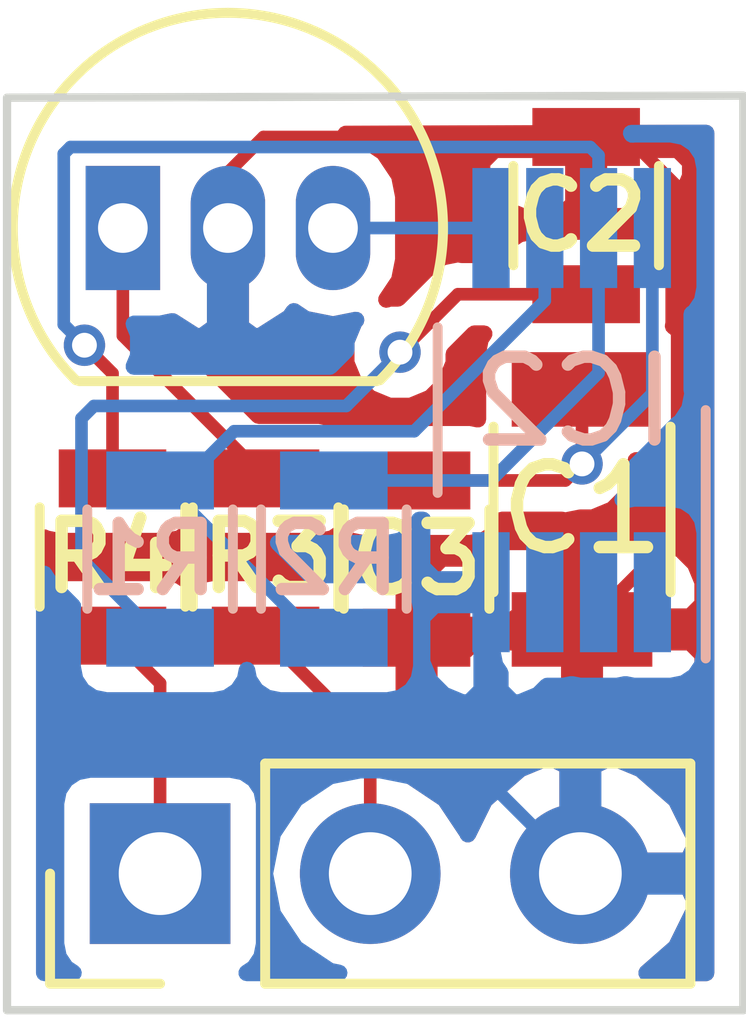
<source format=kicad_pcb>
(kicad_pcb (version 20171130) (host pcbnew 5.0.0)

  (general
    (thickness 1.6)
    (drawings 4)
    (tracks 64)
    (zones 0)
    (modules 10)
    (nets 12)
  )

  (page A4)
  (layers
    (0 F.Cu signal)
    (31 B.Cu signal)
    (32 B.Adhes user)
    (33 F.Adhes user)
    (34 B.Paste user)
    (35 F.Paste user)
    (36 B.SilkS user)
    (37 F.SilkS user)
    (38 B.Mask user)
    (39 F.Mask user)
    (40 Dwgs.User user)
    (41 Cmts.User user)
    (42 Eco1.User user)
    (43 Eco2.User user)
    (44 Edge.Cuts user)
    (45 Margin user)
    (46 B.CrtYd user)
    (47 F.CrtYd user)
    (48 B.Fab user hide)
    (49 F.Fab user hide)
  )

  (setup
    (last_trace_width 0.1524)
    (user_trace_width 0.1524)
    (user_trace_width 0.5)
    (trace_clearance 0.1524)
    (zone_clearance 0.3)
    (zone_45_only no)
    (trace_min 0.1524)
    (segment_width 0.2)
    (edge_width 0.1)
    (via_size 0.4)
    (via_drill 0.3)
    (via_min_size 0.4)
    (via_min_drill 0.3)
    (user_via 0.5 0.3)
    (uvia_size 0.3)
    (uvia_drill 0.1)
    (uvias_allowed no)
    (uvia_min_size 0.2)
    (uvia_min_drill 0.1)
    (pcb_text_width 0.3)
    (pcb_text_size 1.5 1.5)
    (mod_edge_width 0.15)
    (mod_text_size 1 1)
    (mod_text_width 0.15)
    (pad_size 1.5 1.5)
    (pad_drill 0.6)
    (pad_to_mask_clearance 0)
    (aux_axis_origin 22.5 22.75)
    (grid_origin 29.25 55.2)
    (visible_elements FFFDFF7F)
    (pcbplotparams
      (layerselection 0x010f0_ffffffff)
      (usegerberextensions false)
      (usegerberattributes false)
      (usegerberadvancedattributes false)
      (creategerberjobfile false)
      (excludeedgelayer true)
      (linewidth 0.100000)
      (plotframeref false)
      (viasonmask false)
      (mode 1)
      (useauxorigin false)
      (hpglpennumber 1)
      (hpglpenspeed 20)
      (hpglpendiameter 15.000000)
      (psnegative false)
      (psa4output false)
      (plotreference true)
      (plotvalue true)
      (plotinvisibletext false)
      (padsonsilk false)
      (subtractmaskfromsilk false)
      (outputformat 1)
      (mirror false)
      (drillshape 0)
      (scaleselection 1)
      (outputdirectory "gerbers/"))
  )

  (net 0 "")
  (net 1 +5V)
  (net 2 GND)
  (net 3 "Net-(C2-Pad1)")
  (net 4 "Net-(IC1-Pad3)")
  (net 5 "Net-(IC2-Pad7)")
  (net 6 "Net-(IC2-Pad6)")
  (net 7 "Net-(IC2-Pad3)")
  (net 8 "Net-(IC2-Pad2)")
  (net 9 "Net-(IC2-Pad1)")
  (net 10 "Net-(J1-Pad1)")
  (net 11 "Net-(J1-Pad2)")

  (net_class Default "This is the default net class."
    (clearance 0.1524)
    (trace_width 0.1524)
    (via_dia 0.4)
    (via_drill 0.3)
    (uvia_dia 0.3)
    (uvia_drill 0.1)
    (add_net +5V)
    (add_net GND)
    (add_net "Net-(C2-Pad1)")
    (add_net "Net-(IC1-Pad3)")
    (add_net "Net-(IC2-Pad1)")
    (add_net "Net-(IC2-Pad2)")
    (add_net "Net-(IC2-Pad3)")
    (add_net "Net-(IC2-Pad6)")
    (add_net "Net-(IC2-Pad7)")
    (add_net "Net-(J1-Pad1)")
    (add_net "Net-(J1-Pad2)")
  )

  (net_class "Min Cheap" ""
    (clearance 0.1524)
    (trace_width 0.1524)
    (via_dia 0.4)
    (via_drill 0.3)
    (uvia_dia 0.3)
    (uvia_drill 0.1)
  )

  (module TO_SOT_Packages_THT:TO-92_Inline_Narrow_Oval (layer F.Cu) (tedit 5B524282) (tstamp 59EBF6DB)
    (at 23.9 24.3)
    (descr "TO-92 leads in-line, narrow, oval pads, drill 0.6mm (see NXP sot054_po.pdf)")
    (tags "to-92 sc-43 sc-43a sot54 PA33 transistor")
    (path /596261D7)
    (fp_text reference IC1 (at 1.35 -1.6) (layer F.SilkS) hide
      (effects (font (size 1 1) (thickness 0.15)))
    )
    (fp_text value 49E (at 1.27 2.79) (layer F.Fab)
      (effects (font (size 1 1) (thickness 0.15)))
    )
    (fp_text user %R (at 1.35 -1.575) (layer F.Fab)
      (effects (font (size 1 1) (thickness 0.15)))
    )
    (fp_line (start -0.53 1.85) (end 3.07 1.85) (layer F.SilkS) (width 0.12))
    (fp_line (start -0.5 1.75) (end 3 1.75) (layer F.Fab) (width 0.1))
    (fp_line (start -1.46 -2.73) (end 4 -2.73) (layer F.CrtYd) (width 0.05))
    (fp_line (start -1.46 -2.73) (end -1.46 2.01) (layer F.CrtYd) (width 0.05))
    (fp_line (start 4 2.01) (end 4 -2.73) (layer F.CrtYd) (width 0.05))
    (fp_line (start 4 2.01) (end -1.46 2.01) (layer F.CrtYd) (width 0.05))
    (fp_arc (start 1.27 0) (end 1.27 -2.48) (angle 135) (layer F.Fab) (width 0.1))
    (fp_arc (start 1.27 0) (end 1.27 -2.6) (angle -135) (layer F.SilkS) (width 0.12))
    (fp_arc (start 1.27 0) (end 1.27 -2.48) (angle -135) (layer F.Fab) (width 0.1))
    (fp_arc (start 1.27 0) (end 1.27 -2.6) (angle 135) (layer F.SilkS) (width 0.12))
    (pad 2 thru_hole oval (at 1.27 0 180) (size 0.9 1.5) (drill 0.6) (layers *.Cu *.Mask)
      (net 2 GND))
    (pad 3 thru_hole oval (at 2.54 0 180) (size 0.9 1.5) (drill 0.6) (layers *.Cu *.Mask)
      (net 4 "Net-(IC1-Pad3)"))
    (pad 1 thru_hole rect (at 0 0 180) (size 0.9 1.5) (drill 0.6) (layers *.Cu *.Mask)
      (net 1 +5V))
    (model ${KISYS3DMOD}/TO_SOT_Packages_THT.3dshapes/TO-92_Inline_Narrow_Oval.wrl
      (offset (xyz 1.269999980926514 0 0))
      (scale (xyz 1 1 1))
      (rotate (xyz 0 0 -90))
    )
  )

  (module Pin_Headers:Pin_Header_Straight_1x03_Pitch2.54mm (layer F.Cu) (tedit 5B5241E6) (tstamp 59EBF6EE)
    (at 24.35 32.1 90)
    (descr "Through hole straight pin header, 1x03, 2.54mm pitch, single row")
    (tags "Through hole pin header THT 1x03 2.54mm single row")
    (path /59626CEC)
    (fp_text reference J1 (at 0 -2.33 90) (layer F.SilkS) hide
      (effects (font (size 1 1) (thickness 0.15)))
    )
    (fp_text value "TO MCU" (at 0 7.41 90) (layer F.Fab)
      (effects (font (size 1 1) (thickness 0.15)))
    )
    (fp_line (start -0.635 -1.27) (end 1.27 -1.27) (layer F.Fab) (width 0.1))
    (fp_line (start 1.27 -1.27) (end 1.27 6.35) (layer F.Fab) (width 0.1))
    (fp_line (start 1.27 6.35) (end -1.27 6.35) (layer F.Fab) (width 0.1))
    (fp_line (start -1.27 6.35) (end -1.27 -0.635) (layer F.Fab) (width 0.1))
    (fp_line (start -1.27 -0.635) (end -0.635 -1.27) (layer F.Fab) (width 0.1))
    (fp_line (start -1.33 6.41) (end 1.33 6.41) (layer F.SilkS) (width 0.12))
    (fp_line (start -1.33 1.27) (end -1.33 6.41) (layer F.SilkS) (width 0.12))
    (fp_line (start 1.33 1.27) (end 1.33 6.41) (layer F.SilkS) (width 0.12))
    (fp_line (start -1.33 1.27) (end 1.33 1.27) (layer F.SilkS) (width 0.12))
    (fp_line (start -1.33 0) (end -1.33 -1.33) (layer F.SilkS) (width 0.12))
    (fp_line (start -1.33 -1.33) (end 0 -1.33) (layer F.SilkS) (width 0.12))
    (fp_line (start -1.8 -1.8) (end -1.8 6.85) (layer F.CrtYd) (width 0.05))
    (fp_line (start -1.8 6.85) (end 1.8 6.85) (layer F.CrtYd) (width 0.05))
    (fp_line (start 1.8 6.85) (end 1.8 -1.8) (layer F.CrtYd) (width 0.05))
    (fp_line (start 1.8 -1.8) (end -1.8 -1.8) (layer F.CrtYd) (width 0.05))
    (fp_text user %R (at 0 2.54 180) (layer F.Fab)
      (effects (font (size 1 1) (thickness 0.15)))
    )
    (pad 1 thru_hole rect (at 0 0 90) (size 1.7 1.7) (drill 1) (layers *.Cu *.Mask)
      (net 10 "Net-(J1-Pad1)"))
    (pad 2 thru_hole oval (at 0 2.54 90) (size 1.7 1.7) (drill 1) (layers *.Cu *.Mask)
      (net 11 "Net-(J1-Pad2)"))
    (pad 3 thru_hole oval (at 0 5.08 90) (size 1.7 1.7) (drill 1) (layers *.Cu *.Mask)
      (net 2 GND))
    (model ${KISYS3DMOD}/Pin_Headers.3dshapes/Pin_Header_Straight_1x03_Pitch2.54mm.wrl
      (at (xyz 0 0 0))
      (scale (xyz 1 1 1))
      (rotate (xyz 0 0 0))
    )
  )

  (module Resistors_SMD:R_0805 (layer B.Cu) (tedit 5B5242A1) (tstamp 5B524630)
    (at 24.35 28.3 270)
    (descr "Resistor SMD 0805, reflow soldering, Vishay (see dcrcw.pdf)")
    (tags "resistor 0805")
    (path /5962646B)
    (attr smd)
    (fp_text reference R1 (at 0 0.1) (layer B.SilkS)
      (effects (font (size 0.8 0.8) (thickness 0.15)) (justify mirror))
    )
    (fp_text value 1K (at 0 -1.75 270) (layer B.Fab)
      (effects (font (size 1 1) (thickness 0.15)) (justify mirror))
    )
    (fp_text user %R (at 0 0 270) (layer B.Fab)
      (effects (font (size 0.5 0.5) (thickness 0.075)) (justify mirror))
    )
    (fp_line (start -1 -0.62) (end -1 0.62) (layer B.Fab) (width 0.1))
    (fp_line (start 1 -0.62) (end -1 -0.62) (layer B.Fab) (width 0.1))
    (fp_line (start 1 0.62) (end 1 -0.62) (layer B.Fab) (width 0.1))
    (fp_line (start -1 0.62) (end 1 0.62) (layer B.Fab) (width 0.1))
    (fp_line (start 0.6 -0.88) (end -0.6 -0.88) (layer B.SilkS) (width 0.12))
    (fp_line (start -0.6 0.88) (end 0.6 0.88) (layer B.SilkS) (width 0.12))
    (fp_line (start -1.55 0.9) (end 1.55 0.9) (layer B.CrtYd) (width 0.05))
    (fp_line (start -1.55 0.9) (end -1.55 -0.9) (layer B.CrtYd) (width 0.05))
    (fp_line (start 1.55 -0.9) (end 1.55 0.9) (layer B.CrtYd) (width 0.05))
    (fp_line (start 1.55 -0.9) (end -1.55 -0.9) (layer B.CrtYd) (width 0.05))
    (pad 1 smd rect (at -0.95 0 270) (size 0.7 1.3) (layers B.Cu B.Paste B.Mask)
      (net 6 "Net-(IC2-Pad6)"))
    (pad 2 smd rect (at 0.95 0 270) (size 0.7 1.3) (layers B.Cu B.Paste B.Mask)
      (net 3 "Net-(C2-Pad1)"))
    (model ${KISYS3DMOD}/Resistors_SMD.3dshapes/R_0805.wrl
      (at (xyz 0 0 0))
      (scale (xyz 1 1 1))
      (rotate (xyz 0 0 0))
    )
  )

  (module Resistors_SMD:R_0805 (layer B.Cu) (tedit 5B5242AF) (tstamp 59EC7EF6)
    (at 26.45 28.3 270)
    (descr "Resistor SMD 0805, reflow soldering, Vishay (see dcrcw.pdf)")
    (tags "resistor 0805")
    (path /596263F4)
    (attr smd)
    (fp_text reference R2 (at 0 0) (layer B.SilkS)
      (effects (font (size 0.8 0.8) (thickness 0.15)) (justify mirror))
    )
    (fp_text value 10K (at 0 -1.75 270) (layer B.Fab)
      (effects (font (size 1 1) (thickness 0.15)) (justify mirror))
    )
    (fp_text user %R (at 0 0 270) (layer B.Fab)
      (effects (font (size 0.5 0.5) (thickness 0.075)) (justify mirror))
    )
    (fp_line (start -1 -0.62) (end -1 0.62) (layer B.Fab) (width 0.1))
    (fp_line (start 1 -0.62) (end -1 -0.62) (layer B.Fab) (width 0.1))
    (fp_line (start 1 0.62) (end 1 -0.62) (layer B.Fab) (width 0.1))
    (fp_line (start -1 0.62) (end 1 0.62) (layer B.Fab) (width 0.1))
    (fp_line (start 0.6 -0.88) (end -0.6 -0.88) (layer B.SilkS) (width 0.12))
    (fp_line (start -0.6 0.88) (end 0.6 0.88) (layer B.SilkS) (width 0.12))
    (fp_line (start -1.55 0.9) (end 1.55 0.9) (layer B.CrtYd) (width 0.05))
    (fp_line (start -1.55 0.9) (end -1.55 -0.9) (layer B.CrtYd) (width 0.05))
    (fp_line (start 1.55 -0.9) (end 1.55 0.9) (layer B.CrtYd) (width 0.05))
    (fp_line (start 1.55 -0.9) (end -1.55 -0.9) (layer B.CrtYd) (width 0.05))
    (pad 1 smd rect (at -0.95 0 270) (size 0.7 1.3) (layers B.Cu B.Paste B.Mask)
      (net 5 "Net-(IC2-Pad7)"))
    (pad 2 smd rect (at 0.95 0 270) (size 0.7 1.3) (layers B.Cu B.Paste B.Mask)
      (net 6 "Net-(IC2-Pad6)"))
    (model ${KISYS3DMOD}/Resistors_SMD.3dshapes/R_0805.wrl
      (at (xyz 0 0 0))
      (scale (xyz 1 1 1))
      (rotate (xyz 0 0 0))
    )
  )

  (module Resistors_SMD:R_0805 (layer F.Cu) (tedit 5B52424A) (tstamp 59EC7EFC)
    (at 23.775 28.275 90)
    (descr "Resistor SMD 0805, reflow soldering, Vishay (see dcrcw.pdf)")
    (tags "resistor 0805")
    (path /596264A2)
    (attr smd)
    (fp_text reference R3 (at 0 1.875 180) (layer F.SilkS)
      (effects (font (size 0.8 0.8) (thickness 0.15)))
    )
    (fp_text value 4K7 (at 0 1.75 90) (layer F.Fab)
      (effects (font (size 1 1) (thickness 0.15)))
    )
    (fp_text user %R (at 0 -0.025 90) (layer F.Fab)
      (effects (font (size 0.5 0.5) (thickness 0.075)))
    )
    (fp_line (start -1 0.62) (end -1 -0.62) (layer F.Fab) (width 0.1))
    (fp_line (start 1 0.62) (end -1 0.62) (layer F.Fab) (width 0.1))
    (fp_line (start 1 -0.62) (end 1 0.62) (layer F.Fab) (width 0.1))
    (fp_line (start -1 -0.62) (end 1 -0.62) (layer F.Fab) (width 0.1))
    (fp_line (start 0.6 0.88) (end -0.6 0.88) (layer F.SilkS) (width 0.12))
    (fp_line (start -0.6 -0.88) (end 0.6 -0.88) (layer F.SilkS) (width 0.12))
    (fp_line (start -1.55 -0.9) (end 1.55 -0.9) (layer F.CrtYd) (width 0.05))
    (fp_line (start -1.55 -0.9) (end -1.55 0.9) (layer F.CrtYd) (width 0.05))
    (fp_line (start 1.55 0.9) (end 1.55 -0.9) (layer F.CrtYd) (width 0.05))
    (fp_line (start 1.55 0.9) (end -1.55 0.9) (layer F.CrtYd) (width 0.05))
    (pad 1 smd rect (at -0.95 0 90) (size 0.7 1.3) (layers F.Cu F.Paste F.Mask)
      (net 10 "Net-(J1-Pad1)"))
    (pad 2 smd rect (at 0.95 0 90) (size 0.7 1.3) (layers F.Cu F.Paste F.Mask)
      (net 5 "Net-(IC2-Pad7)"))
    (model ${KISYS3DMOD}/Resistors_SMD.3dshapes/R_0805.wrl
      (at (xyz 0 0 0))
      (scale (xyz 1 1 1))
      (rotate (xyz 0 0 0))
    )
  )

  (module Resistors_SMD:R_0805 (layer F.Cu) (tedit 5B524241) (tstamp 5B5242A6)
    (at 25.625 28.275 90)
    (descr "Resistor SMD 0805, reflow soldering, Vishay (see dcrcw.pdf)")
    (tags "resistor 0805")
    (path /59627566)
    (attr smd)
    (fp_text reference R4 (at 0 -1.875 180) (layer F.SilkS)
      (effects (font (size 0.8 0.8) (thickness 0.15)))
    )
    (fp_text value 3R3 (at 0 1.75 90) (layer F.Fab)
      (effects (font (size 1 1) (thickness 0.15)))
    )
    (fp_text user %R (at 0 0 90) (layer F.Fab)
      (effects (font (size 0.5 0.5) (thickness 0.075)))
    )
    (fp_line (start -1 0.62) (end -1 -0.62) (layer F.Fab) (width 0.1))
    (fp_line (start 1 0.62) (end -1 0.62) (layer F.Fab) (width 0.1))
    (fp_line (start 1 -0.62) (end 1 0.62) (layer F.Fab) (width 0.1))
    (fp_line (start -1 -0.62) (end 1 -0.62) (layer F.Fab) (width 0.1))
    (fp_line (start 0.6 0.88) (end -0.6 0.88) (layer F.SilkS) (width 0.12))
    (fp_line (start -0.6 -0.88) (end 0.6 -0.88) (layer F.SilkS) (width 0.12))
    (fp_line (start -1.55 -0.9) (end 1.55 -0.9) (layer F.CrtYd) (width 0.05))
    (fp_line (start -1.55 -0.9) (end -1.55 0.9) (layer F.CrtYd) (width 0.05))
    (fp_line (start 1.55 0.9) (end 1.55 -0.9) (layer F.CrtYd) (width 0.05))
    (fp_line (start 1.55 0.9) (end -1.55 0.9) (layer F.CrtYd) (width 0.05))
    (pad 1 smd rect (at -0.95 0 90) (size 0.7 1.3) (layers F.Cu F.Paste F.Mask)
      (net 11 "Net-(J1-Pad2)"))
    (pad 2 smd rect (at 0.95 0 90) (size 0.7 1.3) (layers F.Cu F.Paste F.Mask)
      (net 1 +5V))
    (model ${KISYS3DMOD}/Resistors_SMD.3dshapes/R_0805.wrl
      (at (xyz 0 0 0))
      (scale (xyz 1 1 1))
      (rotate (xyz 0 0 0))
    )
  )

  (module Resistors_SMD:R_1206 (layer F.Cu) (tedit 5A517DB0) (tstamp 5B52485D)
    (at 29.45 27.7 270)
    (descr "Resistor SMD 1206, reflow soldering, Vishay (see dcrcw.pdf)")
    (tags "resistor 1206")
    (path /59626EF0)
    (attr smd)
    (fp_text reference C1 (at 0 0) (layer F.SilkS)
      (effects (font (size 1 1) (thickness 0.15)))
    )
    (fp_text value 1000µ (at 0 1.95 270) (layer F.Fab)
      (effects (font (size 1 1) (thickness 0.15)))
    )
    (fp_line (start -1.6 0.8) (end -1.6 -0.8) (layer F.Fab) (width 0.1))
    (fp_line (start 1.6 0.8) (end -1.6 0.8) (layer F.Fab) (width 0.1))
    (fp_line (start 1.6 -0.8) (end 1.6 0.8) (layer F.Fab) (width 0.1))
    (fp_line (start -1.6 -0.8) (end 1.6 -0.8) (layer F.Fab) (width 0.1))
    (fp_line (start 1 1.07) (end -1 1.07) (layer F.SilkS) (width 0.12))
    (fp_line (start -1 -1.07) (end 1 -1.07) (layer F.SilkS) (width 0.12))
    (fp_line (start -2.15 -1.11) (end 2.15 -1.11) (layer F.CrtYd) (width 0.05))
    (fp_line (start -2.15 -1.11) (end -2.15 1.1) (layer F.CrtYd) (width 0.05))
    (fp_line (start 2.15 1.1) (end 2.15 -1.11) (layer F.CrtYd) (width 0.05))
    (fp_line (start 2.15 1.1) (end -2.15 1.1) (layer F.CrtYd) (width 0.05))
    (pad 1 smd rect (at -1.45 0 270) (size 0.9 1.7) (layers F.Cu F.Paste F.Mask)
      (net 1 +5V))
    (pad 2 smd rect (at 1.45 0 270) (size 0.9 1.7) (layers F.Cu F.Paste F.Mask)
      (net 2 GND))
    (model ${KISYS3DMOD}/Resistors_SMD.3dshapes/R_1206.wrl
      (at (xyz 0 0 0))
      (scale (xyz 1 1 1))
      (rotate (xyz 0 0 0))
    )
  )

  (module Resistors_SMD:R_0805 (layer F.Cu) (tedit 5B524276) (tstamp 5A2FDB1A)
    (at 29.5 24.15 90)
    (descr "Resistor SMD 0805, reflow soldering, Vishay (see dcrcw.pdf)")
    (tags "resistor 0805")
    (path /596263AE)
    (attr smd)
    (fp_text reference C2 (at 0 -0.05 180) (layer F.SilkS)
      (effects (font (size 0.8 0.8) (thickness 0.15)))
    )
    (fp_text value 22µ (at 0 1.75 90) (layer F.Fab)
      (effects (font (size 1 1) (thickness 0.15)))
    )
    (fp_text user %R (at 0 0 90) (layer F.Fab)
      (effects (font (size 0.5 0.5) (thickness 0.075)))
    )
    (fp_line (start -1 0.62) (end -1 -0.62) (layer F.Fab) (width 0.1))
    (fp_line (start 1 0.62) (end -1 0.62) (layer F.Fab) (width 0.1))
    (fp_line (start 1 -0.62) (end 1 0.62) (layer F.Fab) (width 0.1))
    (fp_line (start -1 -0.62) (end 1 -0.62) (layer F.Fab) (width 0.1))
    (fp_line (start 0.6 0.88) (end -0.6 0.88) (layer F.SilkS) (width 0.12))
    (fp_line (start -0.6 -0.88) (end 0.6 -0.88) (layer F.SilkS) (width 0.12))
    (fp_line (start -1.55 -0.9) (end 1.55 -0.9) (layer F.CrtYd) (width 0.05))
    (fp_line (start -1.55 -0.9) (end -1.55 0.9) (layer F.CrtYd) (width 0.05))
    (fp_line (start 1.55 0.9) (end 1.55 -0.9) (layer F.CrtYd) (width 0.05))
    (fp_line (start 1.55 0.9) (end -1.55 0.9) (layer F.CrtYd) (width 0.05))
    (pad 1 smd rect (at -0.95 0 90) (size 0.7 1.3) (layers F.Cu F.Paste F.Mask)
      (net 3 "Net-(C2-Pad1)"))
    (pad 2 smd rect (at 0.95 0 90) (size 0.7 1.3) (layers F.Cu F.Paste F.Mask)
      (net 2 GND))
    (model ${KISYS3DMOD}/Resistors_SMD.3dshapes/R_0805.wrl
      (at (xyz 0 0 0))
      (scale (xyz 1 1 1))
      (rotate (xyz 0 0 0))
    )
  )

  (module Resistors_SMD:R_0805 (layer F.Cu) (tedit 5B52425F) (tstamp 5B524410)
    (at 27.45 28.3 270)
    (descr "Resistor SMD 0805, reflow soldering, Vishay (see dcrcw.pdf)")
    (tags "resistor 0805")
    (path /596270AF)
    (attr smd)
    (fp_text reference C3 (at 0 0) (layer F.SilkS)
      (effects (font (size 0.8 0.8) (thickness 0.15)))
    )
    (fp_text value 100n (at 0 1.75 270) (layer F.Fab)
      (effects (font (size 1 1) (thickness 0.15)))
    )
    (fp_text user %R (at 0 0 270) (layer F.Fab)
      (effects (font (size 0.5 0.5) (thickness 0.075)))
    )
    (fp_line (start -1 0.62) (end -1 -0.62) (layer F.Fab) (width 0.1))
    (fp_line (start 1 0.62) (end -1 0.62) (layer F.Fab) (width 0.1))
    (fp_line (start 1 -0.62) (end 1 0.62) (layer F.Fab) (width 0.1))
    (fp_line (start -1 -0.62) (end 1 -0.62) (layer F.Fab) (width 0.1))
    (fp_line (start 0.6 0.88) (end -0.6 0.88) (layer F.SilkS) (width 0.12))
    (fp_line (start -0.6 -0.88) (end 0.6 -0.88) (layer F.SilkS) (width 0.12))
    (fp_line (start -1.55 -0.9) (end 1.55 -0.9) (layer F.CrtYd) (width 0.05))
    (fp_line (start -1.55 -0.9) (end -1.55 0.9) (layer F.CrtYd) (width 0.05))
    (fp_line (start 1.55 0.9) (end 1.55 -0.9) (layer F.CrtYd) (width 0.05))
    (fp_line (start 1.55 0.9) (end -1.55 0.9) (layer F.CrtYd) (width 0.05))
    (pad 1 smd rect (at -0.95 0 270) (size 0.7 1.3) (layers F.Cu F.Paste F.Mask)
      (net 1 +5V))
    (pad 2 smd rect (at 0.95 0 270) (size 0.7 1.3) (layers F.Cu F.Paste F.Mask)
      (net 2 GND))
    (model ${KISYS3DMOD}/Resistors_SMD.3dshapes/R_0805.wrl
      (at (xyz 0 0 0))
      (scale (xyz 1 1 1))
      (rotate (xyz 0 0 0))
    )
  )

  (module Housings_SSOP:VSSOP-8_3.0x3.0mm_Pitch0.65mm (layer B.Cu) (tedit 59E7C95B) (tstamp 5A2FDB2C)
    (at 29.325 26.5 90)
    (descr "VSSOP-8 3.0 x 3.0, http://www.ti.com/lit/ds/symlink/lm75b.pdf")
    (tags "VSSOP-8 3.0 x 3.0")
    (path /59626325)
    (attr smd)
    (fp_text reference IC2 (at 0.1 0.025) (layer B.SilkS)
      (effects (font (size 1 1) (thickness 0.15)) (justify mirror))
    )
    (fp_text value LM358 (at 0.02 -2.73 90) (layer B.Fab)
      (effects (font (size 1 1) (thickness 0.15)) (justify mirror))
    )
    (fp_line (start -3.48 1.75) (end 3.48 1.75) (layer B.CrtYd) (width 0.05))
    (fp_line (start -3.48 -1.75) (end -3.48 1.75) (layer B.CrtYd) (width 0.05))
    (fp_line (start 3.48 -1.75) (end -3.48 -1.75) (layer B.CrtYd) (width 0.05))
    (fp_line (start 3.48 1.75) (end 3.48 -1.75) (layer B.CrtYd) (width 0.05))
    (fp_line (start 1 -1.62) (end -1 -1.62) (layer B.SilkS) (width 0.12))
    (fp_line (start 0 1.62) (end -3 1.62) (layer B.SilkS) (width 0.12))
    (fp_line (start -0.5 1.5) (end -1.5 0.5) (layer B.Fab) (width 0.1))
    (fp_line (start -0.5 1.5) (end 1.5 1.5) (layer B.Fab) (width 0.1))
    (fp_line (start -1.5 -1.5) (end -1.5 0.5) (layer B.Fab) (width 0.1))
    (fp_line (start 1.5 -1.5) (end -1.5 -1.5) (layer B.Fab) (width 0.1))
    (fp_line (start 1.5 1.5) (end 1.5 -1.5) (layer B.Fab) (width 0.1))
    (fp_text user %R (at 0 0 90) (layer B.Fab)
      (effects (font (size 0.5 0.5) (thickness 0.1)) (justify mirror))
    )
    (pad 1 smd rect (at -2.2 0.975 180) (size 0.45 1.45) (layers B.Cu B.Paste B.Mask)
      (net 9 "Net-(IC2-Pad1)"))
    (pad 2 smd rect (at -2.2 0.325 180) (size 0.45 1.45) (layers B.Cu B.Paste B.Mask)
      (net 8 "Net-(IC2-Pad2)"))
    (pad 3 smd rect (at -2.2 -0.325 180) (size 0.45 1.45) (layers B.Cu B.Paste B.Mask)
      (net 7 "Net-(IC2-Pad3)"))
    (pad 4 smd rect (at -2.2 -0.975 180) (size 0.45 1.45) (layers B.Cu B.Paste B.Mask)
      (net 2 GND))
    (pad 5 smd rect (at 2.2 -0.975 180) (size 0.45 1.45) (layers B.Cu B.Paste B.Mask)
      (net 4 "Net-(IC1-Pad3)"))
    (pad 6 smd rect (at 2.2 -0.325 180) (size 0.45 1.45) (layers B.Cu B.Paste B.Mask)
      (net 6 "Net-(IC2-Pad6)"))
    (pad 7 smd rect (at 2.2 0.325 180) (size 0.45 1.45) (layers B.Cu B.Paste B.Mask)
      (net 5 "Net-(IC2-Pad7)"))
    (pad 8 smd rect (at 2.2 0.975 180) (size 0.45 1.45) (layers B.Cu B.Paste B.Mask)
      (net 1 +5V))
    (model ${KISYS3DMOD}/Housings_SSOP.3dshapes/VSSOP-8_3.0x3.0mm_Pitch0.65mm.wrl
      (at (xyz 0 0 0))
      (scale (xyz 1 1 1))
      (rotate (xyz 0 0 0))
    )
  )

  (gr_line (start 22.5 33.75) (end 22.5 22.725) (angle 90) (layer Edge.Cuts) (width 0.1))
  (gr_line (start 31.4 33.75) (end 22.5 33.75) (angle 90) (layer Edge.Cuts) (width 0.1) (tstamp 5B5322EE))
  (gr_line (start 31.4 22.725) (end 31.4 33.75) (angle 90) (layer Edge.Cuts) (width 0.1))
  (gr_line (start 22.525 22.725) (end 31.4 22.7) (angle 90) (layer Edge.Cuts) (width 0.1))

  (segment (start 29.45 27.15) (end 29.45 26.25) (width 0.1524) (layer F.Cu) (net 1))
  (segment (start 27.45 27.35) (end 29.25 27.35) (width 0.1524) (layer F.Cu) (net 1))
  (segment (start 30.3 26.3) (end 30.3 24.3) (width 0.1524) (layer B.Cu) (net 1) (tstamp 5A31BA26))
  (segment (start 29.45 27.15) (end 30.3 26.3) (width 0.1524) (layer B.Cu) (net 1) (tstamp 5A31BA25))
  (via (at 29.45 27.15) (size 0.5) (drill 0.3) (layers F.Cu B.Cu) (net 1))
  (segment (start 29.25 27.35) (end 29.45 27.15) (width 0.1524) (layer F.Cu) (net 1) (tstamp 5A31BA1C))
  (segment (start 25.65 27.35) (end 25.625 27.325) (width 0.1524) (layer F.Cu) (net 1) (tstamp 5A31A329))
  (segment (start 27.425 27.325) (end 27.45 27.35) (width 0.1524) (layer F.Cu) (net 1))
  (segment (start 25.625 27.325) (end 27.425 27.325) (width 0.1524) (layer F.Cu) (net 1))
  (segment (start 23.9 25.6) (end 23.9 24.3) (width 0.1524) (layer F.Cu) (net 1))
  (segment (start 25.625 27.325) (end 23.9 25.6) (width 0.1524) (layer F.Cu) (net 1))
  (segment (start 29.5 23.2) (end 30 23.2) (width 0.1524) (layer F.Cu) (net 2))
  (segment (start 30 23.2) (end 30.6 23.8) (width 0.1524) (layer F.Cu) (net 2) (tstamp 5A31BE1A))
  (segment (start 30.6 28) (end 29.45 29.15) (width 0.1524) (layer F.Cu) (net 2) (tstamp 5A31BE25))
  (segment (start 30.6 23.8) (end 30.6 28) (width 0.1524) (layer F.Cu) (net 2) (tstamp 5A31BE1D))
  (segment (start 25.17 24.3) (end 25.17 23.63) (width 0.1524) (layer F.Cu) (net 2))
  (segment (start 25.17 23.63) (end 25.6 23.2) (width 0.1524) (layer F.Cu) (net 2) (tstamp 5A31BE16))
  (segment (start 25.6 23.2) (end 29.5 23.2) (width 0.1524) (layer F.Cu) (net 2) (tstamp 5A31BE17))
  (segment (start 28.35 28.7) (end 28.35 31.02) (width 0.1524) (layer B.Cu) (net 2))
  (segment (start 28.35 31.02) (end 29.43 32.1) (width 0.1524) (layer B.Cu) (net 2) (tstamp 5A31BDEB))
  (segment (start 25.17 24.82) (end 25.17 24.3) (width 0.1524) (layer F.Cu) (net 2) (tstamp 5A31BA50))
  (segment (start 27.45 29.25) (end 29.35 29.25) (width 0.1524) (layer F.Cu) (net 2))
  (segment (start 29.35 29.25) (end 29.45 29.15) (width 0.1524) (layer F.Cu) (net 2) (tstamp 5A31A30D))
  (segment (start 29.43 32.1) (end 29.43 29.17) (width 0.1524) (layer F.Cu) (net 2))
  (segment (start 29.43 29.17) (end 29.45 29.15) (width 0.1524) (layer F.Cu) (net 2) (tstamp 5A31A304))
  (segment (start 29.5 25.1) (end 27.95 25.1) (width 0.1524) (layer F.Cu) (net 3))
  (via (at 27.25 25.8) (size 0.5) (drill 0.3) (layers F.Cu B.Cu) (net 3))
  (segment (start 27.95 25.1) (end 27.25 25.8) (width 0.1524) (layer F.Cu) (net 3) (tstamp 5A31BF04))
  (segment (start 23.916 29.226) (end 24.124 29.226) (width 0.1524) (layer B.Cu) (net 3))
  (segment (start 23.916 29.226) (end 23.924 29.226) (width 0.1524) (layer B.Cu) (net 3))
  (segment (start 23.4 28.3) (end 24.35 29.25) (width 0.1524) (layer B.Cu) (net 3))
  (segment (start 23.4 26.6) (end 23.4 28.3) (width 0.1524) (layer B.Cu) (net 3))
  (segment (start 23.55 26.45) (end 23.4 26.6) (width 0.1524) (layer B.Cu) (net 3))
  (segment (start 26.6 26.45) (end 23.55 26.45) (width 0.1524) (layer B.Cu) (net 3))
  (segment (start 27.25 25.8) (end 26.6 26.45) (width 0.1524) (layer B.Cu) (net 3))
  (segment (start 26.44 24.3) (end 28.35 24.3) (width 0.1524) (layer B.Cu) (net 4))
  (segment (start 26.25 27.35) (end 27 27.35) (width 0.1524) (layer B.Cu) (net 5))
  (segment (start 26.226 27.326) (end 26.25 27.35) (width 0.1524) (layer B.Cu) (net 5) (tstamp 5A31A7EE))
  (segment (start 29.65 26.05) (end 29.65 24.3) (width 0.1524) (layer B.Cu) (net 5))
  (segment (start 28.35 27.35) (end 29.65 26.05) (width 0.1524) (layer B.Cu) (net 5))
  (segment (start 26.45 27.35) (end 28.35 27.35) (width 0.1524) (layer B.Cu) (net 5))
  (via (at 23.43568 25.71608) (size 0.5) (drill 0.3) (layers F.Cu B.Cu) (net 5))
  (segment (start 23.185681 25.466081) (end 23.43568 25.71608) (width 0.1524) (layer B.Cu) (net 5))
  (segment (start 29.548799 23.321399) (end 23.267119 23.321399) (width 0.1524) (layer B.Cu) (net 5))
  (segment (start 29.65 23.4226) (end 29.548799 23.321399) (width 0.1524) (layer B.Cu) (net 5))
  (segment (start 23.775 26.0554) (end 23.685679 25.966079) (width 0.1524) (layer F.Cu) (net 5))
  (segment (start 23.775 27.325) (end 23.775 26.0554) (width 0.1524) (layer F.Cu) (net 5))
  (segment (start 23.685679 25.966079) (end 23.43568 25.71608) (width 0.1524) (layer F.Cu) (net 5))
  (segment (start 23.185681 23.402837) (end 23.185681 25.466081) (width 0.1524) (layer B.Cu) (net 5))
  (segment (start 23.267119 23.321399) (end 23.185681 23.402837) (width 0.1524) (layer B.Cu) (net 5))
  (segment (start 29.65 24.3) (end 29.65 23.4226) (width 0.1524) (layer B.Cu) (net 5))
  (segment (start 26.45 29.25) (end 26.25 29.25) (width 0.1524) (layer B.Cu) (net 6))
  (segment (start 26.25 29.25) (end 24.35 27.35) (width 0.1524) (layer B.Cu) (net 6) (tstamp 5A31BDE0))
  (segment (start 26.25 29.25) (end 26 29.25) (width 0.1524) (layer B.Cu) (net 6))
  (segment (start 24.35 27.35) (end 24.35 27.15) (width 0.1524) (layer B.Cu) (net 6))
  (segment (start 25.245189 26.754811) (end 27.422589 26.754811) (width 0.1524) (layer B.Cu) (net 6))
  (segment (start 27.422589 26.754811) (end 29 25.1774) (width 0.1524) (layer B.Cu) (net 6))
  (segment (start 24.35 27.35) (end 24.65 27.35) (width 0.1524) (layer B.Cu) (net 6))
  (segment (start 24.65 27.35) (end 25.245189 26.754811) (width 0.1524) (layer B.Cu) (net 6))
  (segment (start 29 25.1774) (end 29 24.3) (width 0.1524) (layer B.Cu) (net 6))
  (segment (start 24.35 32.1) (end 24.35 29.8) (width 0.1524) (layer F.Cu) (net 10))
  (segment (start 24.35 29.8) (end 23.775 29.225) (width 0.1524) (layer F.Cu) (net 10) (tstamp 5A31A310))
  (segment (start 26.89 32.1) (end 26.89 30.49) (width 0.1524) (layer F.Cu) (net 11))
  (segment (start 26.89 30.49) (end 25.625 29.225) (width 0.1524) (layer F.Cu) (net 11) (tstamp 5A31A307))

  (zone (net 2) (net_name GND) (layer F.Cu) (tstamp 5B532A61) (hatch edge 0.508)
    (connect_pads (clearance 0.3))
    (min_thickness 0.2)
    (fill yes (arc_segments 16) (thermal_gap 0.508) (thermal_bridge_width 0.508))
    (polygon
      (pts
        (xy 22.5 22.75) (xy 31.4 22.75) (xy 31.4 33.75) (xy 22.5 33.75)
      )
    )
    (filled_polygon
      (pts
        (xy 30.950001 33.3) (xy 30.230159 33.3) (xy 30.585741 32.988854) (xy 30.837915 32.478911) (xy 30.727856 32.254)
        (xy 29.584 32.254) (xy 29.584 32.274) (xy 29.276 32.274) (xy 29.276 32.254) (xy 29.256 32.254)
        (xy 29.256 31.946) (xy 29.276 31.946) (xy 29.276 30.803111) (xy 29.584 30.803111) (xy 29.584 31.946)
        (xy 30.727856 31.946) (xy 30.837915 31.721089) (xy 30.585741 31.211146) (xy 30.157616 30.836523) (xy 29.80891 30.692097)
        (xy 29.584 30.803111) (xy 29.276 30.803111) (xy 29.05109 30.692097) (xy 28.702384 30.836523) (xy 28.274259 31.211146)
        (xy 28.069889 31.624421) (xy 28.067473 31.612275) (xy 27.791199 31.198801) (xy 27.377725 30.922527) (xy 27.3662 30.920235)
        (xy 27.3662 30.536899) (xy 27.375529 30.489999) (xy 27.33857 30.304196) (xy 27.259887 30.186438) (xy 27.233321 30.146679)
        (xy 27.216536 30.135464) (xy 27.296 30.056) (xy 27.296 29.404) (xy 27.604 29.404) (xy 27.604 30.056)
        (xy 27.756 30.208) (xy 28.220938 30.208) (xy 28.35 30.154541) (xy 28.479062 30.208) (xy 29.144 30.208)
        (xy 29.296 30.056) (xy 29.296 29.304) (xy 29.604 29.304) (xy 29.604 30.056) (xy 29.756 30.208)
        (xy 30.420938 30.208) (xy 30.644404 30.115438) (xy 30.815437 29.944405) (xy 30.908 29.720939) (xy 30.908 29.456)
        (xy 30.756 29.304) (xy 29.604 29.304) (xy 29.296 29.304) (xy 28.144 29.304) (xy 28.044 29.404)
        (xy 27.604 29.404) (xy 27.296 29.404) (xy 27.276 29.404) (xy 27.276 29.096) (xy 27.296 29.096)
        (xy 27.296 28.444) (xy 27.604 28.444) (xy 27.604 29.096) (xy 28.556 29.096) (xy 28.656 28.996)
        (xy 29.296 28.996) (xy 29.296 28.244) (xy 29.604 28.244) (xy 29.604 28.996) (xy 30.756 28.996)
        (xy 30.908 28.844) (xy 30.908 28.579061) (xy 30.815437 28.355595) (xy 30.644404 28.184562) (xy 30.420938 28.092)
        (xy 29.756 28.092) (xy 29.604 28.244) (xy 29.296 28.244) (xy 29.144 28.092) (xy 28.479062 28.092)
        (xy 28.255596 28.184562) (xy 28.148158 28.292) (xy 27.756 28.292) (xy 27.604 28.444) (xy 27.296 28.444)
        (xy 27.144 28.292) (xy 26.679062 28.292) (xy 26.455596 28.384562) (xy 26.356736 28.483422) (xy 26.275 28.467164)
        (xy 24.975 28.467164) (xy 24.818928 28.498209) (xy 24.7 28.577673) (xy 24.581072 28.498209) (xy 24.425 28.467164)
        (xy 23.125 28.467164) (xy 22.968928 28.498209) (xy 22.95 28.510856) (xy 22.95 28.039144) (xy 22.968928 28.051791)
        (xy 23.125 28.082836) (xy 24.425 28.082836) (xy 24.581072 28.051791) (xy 24.7 27.972327) (xy 24.818928 28.051791)
        (xy 24.975 28.082836) (xy 26.275 28.082836) (xy 26.431072 28.051791) (xy 26.518792 27.993179) (xy 26.643928 28.076791)
        (xy 26.8 28.107836) (xy 28.1 28.107836) (xy 28.256072 28.076791) (xy 28.388384 27.988384) (xy 28.476791 27.856072)
        (xy 28.482733 27.8262) (xy 29.203101 27.8262) (xy 29.25 27.835529) (xy 29.296899 27.8262) (xy 29.2969 27.8262)
        (xy 29.428615 27.8) (xy 29.579293 27.8) (xy 29.818195 27.701043) (xy 30.001043 27.518195) (xy 30.1 27.279293)
        (xy 30.1 27.107836) (xy 30.3 27.107836) (xy 30.456072 27.076791) (xy 30.588384 26.988384) (xy 30.676791 26.856072)
        (xy 30.707836 26.7) (xy 30.707836 25.8) (xy 30.676791 25.643928) (xy 30.588384 25.511616) (xy 30.550601 25.486371)
        (xy 30.557836 25.45) (xy 30.557836 24.75) (xy 30.526791 24.593928) (xy 30.438384 24.461616) (xy 30.306072 24.373209)
        (xy 30.15 24.342164) (xy 28.85 24.342164) (xy 28.693928 24.373209) (xy 28.561616 24.461616) (xy 28.473209 24.593928)
        (xy 28.467267 24.6238) (xy 27.996894 24.6238) (xy 27.949999 24.614472) (xy 27.903105 24.6238) (xy 27.9031 24.6238)
        (xy 27.764196 24.65143) (xy 27.606679 24.756679) (xy 27.580113 24.796438) (xy 27.226552 25.15) (xy 27.120707 25.15)
        (xy 27.084869 25.164845) (xy 27.240682 24.931653) (xy 27.29 24.683715) (xy 27.29 23.916285) (xy 27.240682 23.668347)
        (xy 27.132206 23.506) (xy 28.242 23.506) (xy 28.242 23.670939) (xy 28.334563 23.894405) (xy 28.505596 24.065438)
        (xy 28.729062 24.158) (xy 29.194 24.158) (xy 29.346 24.006) (xy 29.346 23.354) (xy 29.654 23.354)
        (xy 29.654 24.006) (xy 29.806 24.158) (xy 30.270938 24.158) (xy 30.494404 24.065438) (xy 30.665437 23.894405)
        (xy 30.758 23.670939) (xy 30.758 23.506) (xy 30.606 23.354) (xy 29.654 23.354) (xy 29.346 23.354)
        (xy 28.394 23.354) (xy 28.242 23.506) (xy 27.132206 23.506) (xy 27.052816 23.387184) (xy 26.771653 23.199318)
        (xy 26.591814 23.163546) (xy 30.95 23.151269)
      )
    )
    (filled_polygon
      (pts
        (xy 25.324 24.146) (xy 25.344 24.146) (xy 25.344 24.454) (xy 25.324 24.454) (xy 25.324 25.492816)
        (xy 25.485849 25.609754) (xy 25.561416 25.604951) (xy 25.916199 25.378665) (xy 25.966902 25.306172) (xy 26.108347 25.400682)
        (xy 26.44 25.466652) (xy 26.719757 25.411005) (xy 26.698957 25.431805) (xy 26.6 25.670707) (xy 26.6 25.929293)
        (xy 26.698957 26.168195) (xy 26.881805 26.351043) (xy 27.120707 26.45) (xy 27.379293 26.45) (xy 27.618195 26.351043)
        (xy 27.801043 26.168195) (xy 27.9 25.929293) (xy 27.9 25.823448) (xy 28.147249 25.5762) (xy 28.268463 25.5762)
        (xy 28.223209 25.643928) (xy 28.192164 25.8) (xy 28.192164 26.610497) (xy 28.1 26.592164) (xy 26.8 26.592164)
        (xy 26.643928 26.623209) (xy 26.556208 26.681821) (xy 26.431072 26.598209) (xy 26.275 26.567164) (xy 25.540612 26.567164)
        (xy 24.417797 25.44435) (xy 24.500876 25.427825) (xy 24.778584 25.604951) (xy 24.854151 25.609754) (xy 25.016 25.492816)
        (xy 25.016 24.454) (xy 24.996 24.454) (xy 24.996 24.146) (xy 25.016 24.146) (xy 25.016 24.126)
        (xy 25.324 24.126)
      )
    )
  )
  (zone (net 2) (net_name GND) (layer B.Cu) (tstamp 5B532A5E) (hatch edge 0.508)
    (connect_pads (clearance 0.3))
    (min_thickness 0.2)
    (fill yes (arc_segments 16) (thermal_gap 0.508) (thermal_bridge_width 0.508))
    (polygon
      (pts
        (xy 22.5 22.75) (xy 31.4 22.75) (xy 31.4 33.75) (xy 22.5 33.75)
      )
    )
    (filled_polygon
      (pts
        (xy 30.950001 33.3) (xy 30.230159 33.3) (xy 30.585741 32.988854) (xy 30.837915 32.478911) (xy 30.727856 32.254)
        (xy 29.584 32.254) (xy 29.584 32.274) (xy 29.276 32.274) (xy 29.276 32.254) (xy 29.256 32.254)
        (xy 29.256 31.946) (xy 29.276 31.946) (xy 29.276 30.803111) (xy 29.584 30.803111) (xy 29.584 31.946)
        (xy 30.727856 31.946) (xy 30.837915 31.721089) (xy 30.585741 31.211146) (xy 30.157616 30.836523) (xy 29.80891 30.692097)
        (xy 29.584 30.803111) (xy 29.276 30.803111) (xy 29.05109 30.692097) (xy 28.702384 30.836523) (xy 28.274259 31.211146)
        (xy 28.069889 31.624421) (xy 28.067473 31.612275) (xy 27.791199 31.198801) (xy 27.377725 30.922527) (xy 27.013109 30.85)
        (xy 26.766891 30.85) (xy 26.402275 30.922527) (xy 25.988801 31.198801) (xy 25.712527 31.612275) (xy 25.615512 32.1)
        (xy 25.712527 32.587725) (xy 25.988801 33.001199) (xy 26.402275 33.277473) (xy 26.515525 33.3) (xy 25.396168 33.3)
        (xy 25.488384 33.238384) (xy 25.576791 33.106072) (xy 25.607836 32.95) (xy 25.607836 31.25) (xy 25.576791 31.093928)
        (xy 25.488384 30.961616) (xy 25.356072 30.873209) (xy 25.2 30.842164) (xy 23.5 30.842164) (xy 23.343928 30.873209)
        (xy 23.211616 30.961616) (xy 23.123209 31.093928) (xy 23.092164 31.25) (xy 23.092164 32.95) (xy 23.123209 33.106072)
        (xy 23.211616 33.238384) (xy 23.303832 33.3) (xy 22.95 33.3) (xy 22.95 28.478614) (xy 22.95143 28.485803)
        (xy 22.976424 28.523209) (xy 23.05668 28.643321) (xy 23.096442 28.669889) (xy 23.29787 28.871317) (xy 23.292164 28.9)
        (xy 23.292164 29.6) (xy 23.323209 29.756072) (xy 23.411616 29.888384) (xy 23.543928 29.976791) (xy 23.7 30.007836)
        (xy 25 30.007836) (xy 25.156072 29.976791) (xy 25.288384 29.888384) (xy 25.376791 29.756072) (xy 25.4 29.639394)
        (xy 25.423209 29.756072) (xy 25.511616 29.888384) (xy 25.643928 29.976791) (xy 25.8 30.007836) (xy 27.1 30.007836)
        (xy 27.256072 29.976791) (xy 27.388384 29.888384) (xy 27.476791 29.756072) (xy 27.507836 29.6) (xy 27.507836 29.006)
        (xy 27.517 29.006) (xy 27.517 29.545938) (xy 27.609562 29.769404) (xy 27.780595 29.940437) (xy 28.004061 30.033)
        (xy 28.0855 30.033) (xy 28.2375 29.881) (xy 28.2375 28.854) (xy 27.669 28.854) (xy 27.517 29.006)
        (xy 27.507836 29.006) (xy 27.507836 28.9) (xy 27.476791 28.743928) (xy 27.388384 28.611616) (xy 27.256072 28.523209)
        (xy 27.1 28.492164) (xy 26.165612 28.492164) (xy 25.776636 28.103189) (xy 25.8 28.107836) (xy 27.1 28.107836)
        (xy 27.256072 28.076791) (xy 27.388384 27.988384) (xy 27.476791 27.856072) (xy 27.482733 27.8262) (xy 27.528541 27.8262)
        (xy 27.517 27.854062) (xy 27.517 28.394) (xy 27.669 28.546) (xy 28.2375 28.546) (xy 28.2375 28.526)
        (xy 28.367164 28.526) (xy 28.367164 29.425) (xy 28.398209 29.581072) (xy 28.4625 29.677291) (xy 28.4625 29.881)
        (xy 28.6145 30.033) (xy 28.695939 30.033) (xy 28.919405 29.940437) (xy 29.027006 29.832836) (xy 29.225 29.832836)
        (xy 29.325 29.812945) (xy 29.425 29.832836) (xy 29.875 29.832836) (xy 29.975 29.812945) (xy 30.075 29.832836)
        (xy 30.525 29.832836) (xy 30.681072 29.801791) (xy 30.813384 29.713384) (xy 30.901791 29.581072) (xy 30.932836 29.425)
        (xy 30.932836 27.975) (xy 30.901791 27.818928) (xy 30.813384 27.686616) (xy 30.681072 27.598209) (xy 30.525 27.567164)
        (xy 30.075 27.567164) (xy 29.975 27.587055) (xy 29.939286 27.579952) (xy 30.001043 27.518195) (xy 30.1 27.279293)
        (xy 30.1 27.173447) (xy 30.603559 26.669889) (xy 30.643321 26.643321) (xy 30.74857 26.485804) (xy 30.7762 26.3469)
        (xy 30.7762 26.346899) (xy 30.785529 26.3) (xy 30.7762 26.253101) (xy 30.7762 25.338229) (xy 30.813384 25.313384)
        (xy 30.901791 25.181072) (xy 30.932836 25.025) (xy 30.932836 23.575) (xy 30.901791 23.418928) (xy 30.813384 23.286616)
        (xy 30.681072 23.198209) (xy 30.525 23.167164) (xy 30.075 23.167164) (xy 30.054737 23.171195) (xy 30.04313 23.153824)
        (xy 30.95 23.151269)
      )
    )
    (filled_polygon
      (pts
        (xy 25.324 24.146) (xy 25.344 24.146) (xy 25.344 24.454) (xy 25.324 24.454) (xy 25.324 25.492816)
        (xy 25.485849 25.609754) (xy 25.561416 25.604951) (xy 25.916199 25.378665) (xy 25.966902 25.306172) (xy 26.108347 25.400682)
        (xy 26.44 25.466652) (xy 26.719757 25.411005) (xy 26.698957 25.431805) (xy 26.6 25.670707) (xy 26.6 25.776552)
        (xy 26.402753 25.9738) (xy 24.032483 25.9738) (xy 24.08568 25.845373) (xy 24.08568 25.586787) (xy 24.032266 25.457836)
        (xy 24.35 25.457836) (xy 24.500876 25.427825) (xy 24.778584 25.604951) (xy 24.854151 25.609754) (xy 25.016 25.492816)
        (xy 25.016 24.454) (xy 24.996 24.454) (xy 24.996 24.146) (xy 25.016 24.146) (xy 25.016 24.126)
        (xy 25.324 24.126)
      )
    )
  )
)

</source>
